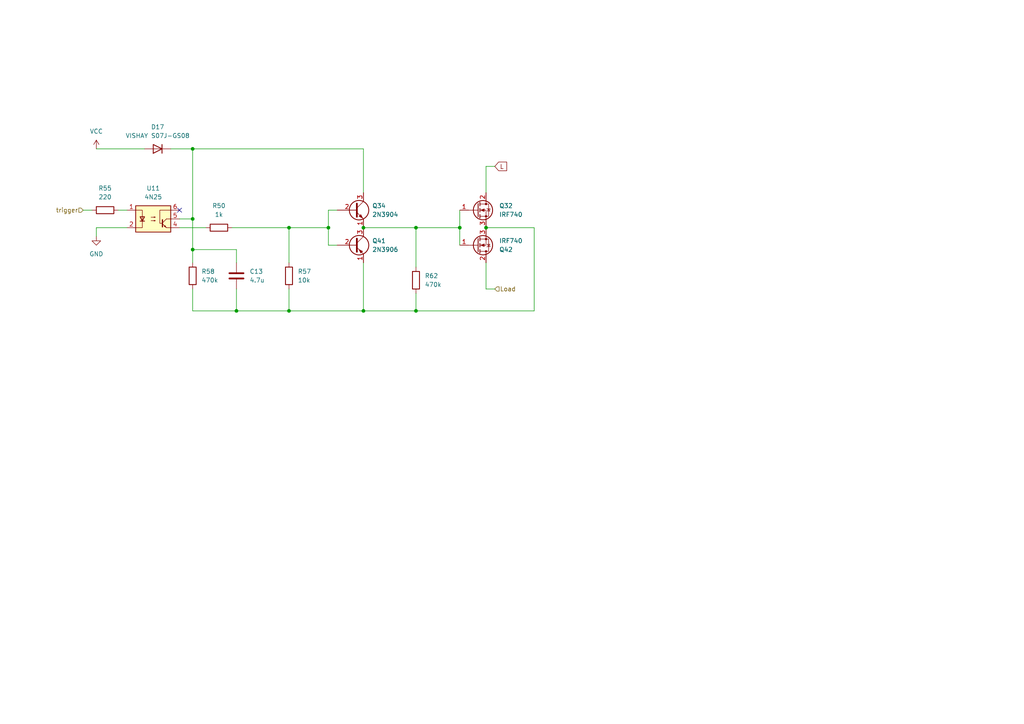
<source format=kicad_sch>
(kicad_sch (version 20230121) (generator eeschema)
  (paper "A4")
  (lib_symbols
    (symbol "Device:C" (pin_numbers hide) (pin_names (offset 0.254))
      (property "Reference" "C" (at 0.635 2.54 0))
      (property "Value" "C" (at 0.635 -2.54 0))
      (symbol "C_0_1"
        (polyline (pts (xy -2.032 -0.762) (xy 2.032 -0.762)) (stroke (width 0.508)))
        (polyline (pts (xy -2.032 0.762) (xy 2.032 0.762)) (stroke (width 0.508)))
      )
      (symbol "C_1_1"
        (pin passive line (at 0 3.81 270) (length 2.794) (name "~") (number "1"))
        (pin passive line (at 0 -3.81 90) (length 2.794) (name "~") (number "2"))
      )
    )
    (symbol "Device:D" (pin_numbers hide) (pin_names (offset 1.016) hide)
      (property "Reference" "D" (at 0 2.54 0))
      (property "Value" "D" (at 0 -2.54 0))
      (symbol "D_0_1"
        (polyline (pts (xy -1.27 1.27) (xy -1.27 -1.27)) (stroke (width 0.254)))
        (polyline (pts (xy 1.27 0) (xy -1.27 0)))
        (polyline (pts (xy 1.27 1.27) (xy 1.27 -1.27) (xy -1.27 0) (xy 1.27 1.27)) (stroke (width 0.254)))
      )
      (symbol "D_1_1"
        (pin passive line (at -3.81 0 0) (length 2.54) (name "K") (number "1"))
        (pin passive line (at 3.81 0 180) (length 2.54) (name "A") (number "2"))
      )
    )
    (symbol "Device:R" (pin_numbers hide) (pin_names (offset 0))
      (property "Reference" "R" (at 2.032 0 90))
      (property "Value" "R" (at 0 0 90))
      (symbol "R_0_1"
        (rectangle (start -1.016 -2.54) (end 1.016 2.54) (stroke (width 0.254)))
      )
      (symbol "R_1_1"
        (pin passive line (at 0 3.81 270) (length 1.27) (name "~") (number "1"))
        (pin passive line (at 0 -3.81 90) (length 1.27) (name "~") (number "2"))
      )
    )
    (symbol "Isolator:4N25" (pin_names (offset 1.016))
      (property "Reference" "U" (at -5.08 5.08 0))
      (property "Value" "4N25" (at 0 5.08 0))
      (symbol "4N25_0_1"
        (rectangle (start -5.08 3.81) (end 5.08 -3.81) (stroke (width 0.254)) (fill (type background)))
        (polyline (pts (xy -3.81 -0.635) (xy -2.54 -0.635)) (stroke (width 0.254)))
        (polyline (pts (xy 2.667 -1.397) (xy 3.81 -2.54)))
        (polyline (pts (xy 2.667 -1.143) (xy 3.81 0)))
        (polyline (pts (xy 3.81 -2.54) (xy 5.08 -2.54)))
        (polyline (pts (xy 3.81 0) (xy 5.08 0)))
        (polyline (pts (xy 2.667 -0.254) (xy 2.667 -2.286) (xy 2.667 -2.286)) (stroke (width 0.3556)))
        (polyline (pts (xy -5.08 -2.54) (xy -3.175 -2.54) (xy -3.175 2.54) (xy -5.08 2.54)))
        (polyline (pts (xy -3.175 -0.635) (xy -3.81 0.635) (xy -2.54 0.635) (xy -3.175 -0.635)) (stroke (width 0.254)))
        (polyline (pts (xy 3.683 -2.413) (xy 3.429 -1.905) (xy 3.175 -2.159) (xy 3.683 -2.413)))
        (polyline (pts (xy 5.08 2.54) (xy 1.905 2.54) (xy 1.905 -1.27) (xy 2.54 -1.27)))
        (polyline (pts (xy -0.635 -0.508) (xy 0.635 -0.508) (xy 0.254 -0.635) (xy 0.254 -0.381) (xy 0.635 -0.508)))
        (polyline (pts (xy -0.635 0.508) (xy 0.635 0.508) (xy 0.254 0.381) (xy 0.254 0.635) (xy 0.635 0.508)))
      )
      (symbol "4N25_1_1"
        (pin passive line (at -7.62 2.54 0) (length 2.54) (name "~") (number "1"))
        (pin passive line (at -7.62 -2.54 0) (length 2.54) (name "~") (number "2"))
        (pin no_connect line (at -5.08 0 0) (length 2.54) hide (name "NC") (number "3"))
        (pin passive line (at 7.62 -2.54 180) (length 2.54) (name "~") (number "4"))
        (pin passive line (at 7.62 0 180) (length 2.54) (name "~") (number "5"))
        (pin passive line (at 7.62 2.54 180) (length 2.54) (name "~") (number "6"))
      )
    )
    (symbol "Transistor_BJT:2N3904" (pin_names (offset 0) hide)
      (property "Reference" "Q" (at 5.08 1.905 0))
      (property "Value" "2N3904" (at 5.08 0 0))
      (symbol "2N3904_0_1"
        (polyline (pts (xy 0.635 0.635) (xy 2.54 2.54)))
        (polyline (pts (xy 0.635 -0.635) (xy 2.54 -2.54) (xy 2.54 -2.54)))
        (polyline (pts (xy 0.635 1.905) (xy 0.635 -1.905) (xy 0.635 -1.905)) (stroke (width 0.508)))
        (polyline (pts (xy 1.27 -1.778) (xy 1.778 -1.27) (xy 2.286 -2.286) (xy 1.27 -1.778) (xy 1.27 -1.778)) (fill (type outline)))
        (circle (center 1.27 0) (radius 2.8194) (stroke (width 0.254)))
      )
      (symbol "2N3904_1_1"
        (pin passive line (at 2.54 -5.08 90) (length 2.54) (name "E") (number "1"))
        (pin passive line (at -5.08 0 0) (length 5.715) (name "B") (number "2"))
        (pin passive line (at 2.54 5.08 270) (length 2.54) (name "C") (number "3"))
      )
    )
    (symbol "Transistor_BJT:2N3906" (pin_names (offset 0) hide)
      (property "Reference" "Q" (at 5.08 1.905 0))
      (property "Value" "2N3906" (at 5.08 0 0))
      (symbol "2N3906_0_1"
        (polyline (pts (xy 0.635 0.635) (xy 2.54 2.54)))
        (polyline (pts (xy 0.635 -0.635) (xy 2.54 -2.54) (xy 2.54 -2.54)))
        (polyline (pts (xy 0.635 1.905) (xy 0.635 -1.905) (xy 0.635 -1.905)) (stroke (width 0.508)))
        (polyline (pts (xy 2.286 -1.778) (xy 1.778 -2.286) (xy 1.27 -1.27) (xy 2.286 -1.778) (xy 2.286 -1.778)) (fill (type outline)))
        (circle (center 1.27 0) (radius 2.8194) (stroke (width 0.254)))
      )
      (symbol "2N3906_1_1"
        (pin passive line (at 2.54 -5.08 90) (length 2.54) (name "E") (number "1"))
        (pin input line (at -5.08 0 0) (length 5.715) (name "B") (number "2"))
        (pin passive line (at 2.54 5.08 270) (length 2.54) (name "C") (number "3"))
      )
    )
    (symbol "Transistor_FET:IRF740" (pin_names hide)
      (property "Reference" "Q" (at 5.08 1.905 0))
      (property "Value" "IRF740" (at 5.08 0 0))
      (symbol "IRF740_0_1"
        (polyline (pts (xy 0.254 0) (xy -2.54 0)))
        (polyline (pts (xy 0.254 1.905) (xy 0.254 -1.905)) (stroke (width 0.254)))
        (polyline (pts (xy 0.762 -1.27) (xy 0.762 -2.286)) (stroke (width 0.254)))
        (polyline (pts (xy 0.762 0.508) (xy 0.762 -0.508)) (stroke (width 0.254)))
        (polyline (pts (xy 0.762 2.286) (xy 0.762 1.27)) (stroke (width 0.254)))
        (polyline (pts (xy 2.54 2.54) (xy 2.54 1.778)))
        (polyline (pts (xy 2.54 -2.54) (xy 2.54 0) (xy 0.762 0)))
        (polyline (pts (xy 0.762 -1.778) (xy 3.302 -1.778) (xy 3.302 1.778) (xy 0.762 1.778)))
        (polyline (pts (xy 1.016 0) (xy 2.032 0.381) (xy 2.032 -0.381) (xy 1.016 0)) (fill (type outline)))
        (polyline (pts (xy 2.794 0.508) (xy 2.921 0.381) (xy 3.683 0.381) (xy 3.81 0.254)))
        (polyline (pts (xy 3.302 0.381) (xy 2.921 -0.254) (xy 3.683 -0.254) (xy 3.302 0.381)))
        (circle (center 1.651 0) (radius 2.794) (stroke (width 0.254)))
        (circle (center 2.54 -1.778) (radius 0.254) (fill (type outline)))
        (circle (center 2.54 1.778) (radius 0.254) (fill (type outline)))
      )
      (symbol "IRF740_1_1"
        (pin input line (at -5.08 0 0) (length 2.54) (name "G") (number "1"))
        (pin passive line (at 2.54 5.08 270) (length 2.54) (name "D") (number "2"))
        (pin passive line (at 2.54 -5.08 90) (length 2.54) (name "S") (number "3"))
      )
    )
    (symbol "power:GND" (power) (pin_names (offset 0))
      (property "Value" "GND" (at 0 -3.81 0))
      (symbol "GND_0_1"
        (polyline (pts (xy 0 0) (xy 0 -1.27) (xy 1.27 -1.27) (xy 0 -2.54) (xy -1.27 -1.27) (xy 0 -1.27)))
      )
      (symbol "GND_1_1"
        (pin power_in line (at 0 0 270) (length 0) hide (name "GND") (number "1"))
      )
    )
    (symbol "power:VCC" (power) (pin_names (offset 0))
      (property "Value" "VCC" (at 0 3.81 0))
      (symbol "VCC_0_1"
        (polyline (pts (xy -0.762 1.27) (xy 0 2.54)))
        (polyline (pts (xy 0 0) (xy 0 2.54)))
        (polyline (pts (xy 0 2.54) (xy 0.762 1.27)))
      )
      (symbol "VCC_1_1"
        (pin power_in line (at 0 0 90) (length 0) hide (name "VCC") (number "1"))
      )
    )
  )
  (junction (at 105.41 66.04))
  (junction (at 120.65 66.04))
  (junction (at 133.35 66.04))
  (junction (at 105.41 90.17))
  (junction (at 55.88 43.18))
  (junction (at 95.25 66.04))
  (junction (at 83.82 90.17))
  (junction (at 68.58 90.17))
  (junction (at 140.97 66.04))
  (junction (at 55.88 72.39))
  (junction (at 83.82 66.04))
  (junction (at 55.88 63.5))
  (junction (at 120.65 90.17))
  (no_connect (at 52.07 60.96))
  (wire (pts (xy 52.07 63.5) (xy 55.88 63.5)))
  (wire (pts (xy 95.25 60.96) (xy 95.25 66.04)))
  (wire (pts (xy 55.88 63.5) (xy 55.88 43.18)))
  (wire (pts (xy 133.35 66.04) (xy 120.65 66.04)))
  (wire (pts (xy 154.94 66.04) (xy 140.97 66.04)))
  (wire (pts (xy 68.58 72.39) (xy 68.58 76.2)))
  (wire (pts (xy 67.31 66.04) (xy 83.82 66.04)))
  (wire (pts (xy 27.94 66.04) (xy 27.94 68.58)))
  (wire (pts (xy 68.58 90.17) (xy 68.58 83.82)))
  (wire (pts (xy 83.82 66.04) (xy 83.82 76.2)))
  (wire (pts (xy 133.35 60.96) (xy 133.35 66.04)))
  (wire (pts (xy 140.97 83.82) (xy 143.51 83.82)))
  (wire (pts (xy 83.82 90.17) (xy 68.58 90.17)))
  (wire (pts (xy 27.94 43.18) (xy 41.91 43.18)))
  (wire (pts (xy 95.25 71.12) (xy 97.79 71.12)))
  (wire (pts (xy 140.97 48.26) (xy 140.97 55.88)))
  (wire (pts (xy 120.65 85.09) (xy 120.65 90.17)))
  (wire (pts (xy 83.82 66.04) (xy 95.25 66.04)))
  (wire (pts (xy 55.88 43.18) (xy 49.53 43.18)))
  (wire (pts (xy 83.82 83.82) (xy 83.82 90.17)))
  (wire (pts (xy 105.41 90.17) (xy 83.82 90.17)))
  (wire (pts (xy 52.07 66.04) (xy 59.69 66.04)))
  (wire (pts (xy 140.97 76.2) (xy 140.97 83.82)))
  (wire (pts (xy 105.41 76.2) (xy 105.41 90.17)))
  (wire (pts (xy 34.29 60.96) (xy 36.83 60.96)))
  (wire (pts (xy 55.88 72.39) (xy 55.88 63.5)))
  (wire (pts (xy 36.83 66.04) (xy 27.94 66.04)))
  (wire (pts (xy 24.13 60.96) (xy 26.67 60.96)))
  (wire (pts (xy 143.51 48.26) (xy 140.97 48.26)))
  (wire (pts (xy 105.41 43.18) (xy 105.41 55.88)))
  (wire (pts (xy 55.88 90.17) (xy 68.58 90.17)))
  (wire (pts (xy 97.79 60.96) (xy 95.25 60.96)))
  (wire (pts (xy 120.65 90.17) (xy 154.94 90.17)))
  (wire (pts (xy 55.88 76.2) (xy 55.88 72.39)))
  (wire (pts (xy 55.88 43.18) (xy 105.41 43.18)))
  (wire (pts (xy 133.35 66.04) (xy 133.35 71.12)))
  (wire (pts (xy 95.25 66.04) (xy 95.25 71.12)))
  (wire (pts (xy 55.88 83.82) (xy 55.88 90.17)))
  (wire (pts (xy 120.65 90.17) (xy 105.41 90.17)))
  (wire (pts (xy 105.41 66.04) (xy 120.65 66.04)))
  (wire (pts (xy 154.94 90.17) (xy 154.94 66.04)))
  (wire (pts (xy 55.88 72.39) (xy 68.58 72.39)))
  (wire (pts (xy 120.65 66.04) (xy 120.65 77.47)))
  (global_label "L" (shape input) (at 143.51 48.26 0) (property "Intersheetrefs" "${INTERSHEET_REFS}" (effects hide)))
  (hierarchical_label "Load" (shape input) (at 143.51 83.82 0))
  (hierarchical_label "trigger" (shape input) (at 24.13 60.96 180))
  (symbol (lib_id "power:GND") (at 27.94 68.58 0) (unit 1)
    (property "Reference" "#PWR036" (effects hide))
    (property "Value" "GND" (at 27.94 73.66 0))
    (instances (project "OverlordDimmer" (path "" (reference "#PWR036") (unit 1)) (path "" (reference "#PWR038") (unit 1)) (path "" (reference "#PWR040") (unit 1)) (path "" (reference "#PWR042") (unit 1)) (path "" (reference "#PWR044") (unit 1)) (path "" (reference "#PWR046") (unit 1)) (path "" (reference "#PWR048") (unit 1)) (path "" (reference "#PWR050") (unit 1)) (path "" (reference "#PWR052") (unit 1)) (path "" (reference "#PWR054") (unit 1))))
  )
  (symbol (lib_id "Isolator:4N25") (at 44.45 63.5 0) (unit 1)
    (property "Reference" "U11" (at 44.45 54.61 0))
    (property "Value" "4N25" (at 44.45 57.15 0))
    (property "Footprint" "Package_DIP:DIP-6_W7.62mm" (effects hide))
    (property "Datasheet" "https://si.farnell.com/vishay/4n25/optocoupler-5kv-transistor-o-p/dp/1612453" (effects hide))
    (instances (project "OverlordDimmer" (path "" (reference "U11") (unit 1)) (path "" (reference "U1") (unit 1)) (path "" (reference "U3") (unit 1)) (path "" (reference "U2") (unit 1)) (path "" (reference "U6") (unit 1)) (path "" (reference "U9") (unit 1)) (path "" (reference "U8") (unit 1)) (path "" (reference "U5") (unit 1)) (path "" (reference "U7") (unit 1)) (path "" (reference "U10") (unit 1))))
  )
  (symbol (lib_id "Device:R") (at 55.88 80.01 180) (unit 1)
    (property "Reference" "R58" (at 58.42 78.74 0) (effects (justify right)))
    (property "Value" "470k" (at 58.42 81.28 0) (effects (justify right)))
    (property "Footprint" "Resistor_SMD:R_0402_1005Metric_Pad0.72x0.64mm_HandSolder" (effects hide))
    (property "Datasheet" "https://si.farnell.com/multicomp/mcmr04x474-jtl/res-470k-5-0-0625w-0402-ceramic/dp/2073071" (effects hide))
    (instances (project "OverlordDimmer" (path "" (reference "R58") (unit 1)) (path "" (reference "R3") (unit 1)) (path "" (reference "R24") (unit 1)) (path "" (reference "R37") (unit 1)) (path "" (reference "R34") (unit 1)) (path "" (reference "R20") (unit 1)) (path "" (reference "R7") (unit 1)) (path "" (reference "R10") (unit 1)) (path "" (reference "R51") (unit 1)) (path "" (reference "R48") (unit 1))))
  )
  (symbol (lib_id "Device:R") (at 30.48 60.96 90) (unit 1)
    (property "Reference" "R55" (at 30.48 54.61 90))
    (property "Value" "220" (at 30.48 57.15 90))
    (property "Footprint" "Resistor_SMD:R_1206_3216Metric_Pad1.30x1.75mm_HandSolder" (effects hide))
    (property "Datasheet" "https://si.farnell.com/multicomp/mchvr06jtev2200/res-220r-5-0-25w-1206-thick-film/dp/2826318" (effects hide))
    (instances (project "OverlordDimmer" (path "" (reference "R55") (unit 1)) (path "" (reference "R5") (unit 1)) (path "" (reference "R28") (unit 1)) (path "" (reference "R39") (unit 1)) (path "" (reference "R41") (unit 1)) (path "" (reference "R31") (unit 1)) (path "" (reference "R18") (unit 1)) (path "" (reference "R17") (unit 1)) (path "" (reference "R43") (unit 1)) (path "" (reference "R52") (unit 1))))
  )
  (symbol (lib_id "Transistor_FET:IRF740") (at 138.43 60.96 0) (unit 1)
    (property "Reference" "Q32" (at 144.78 59.69 0) (effects (justify left)))
    (property "Value" "IRF740" (at 144.78 62.23 0) (effects (justify left)))
    (property "Footprint" "Package_TO_SOT_THT:TO-220-3_Vertical" (effects hide))
    (property "Datasheet" "https://si.farnell.com/vishay/irf740bpbf/mosfet-n-ch-400v-10a-to-220ab/dp/2646348" (effects hide))
    (instances (project "OverlordDimmer" (path "" (reference "Q32") (unit 1)) (path "" (reference "Q1") (unit 1)) (path "" (reference "Q19") (unit 1)) (path "" (reference "Q28") (unit 1)) (path "" (reference "Q25") (unit 1)) (path "" (reference "Q16") (unit 1)) (path "" (reference "Q11") (unit 1)) (path "" (reference "Q5") (unit 1)) (path "" (reference "Q35") (unit 1)) (path "" (reference "Q39") (unit 1))))
  )
  (symbol (lib_id "Device:R") (at 63.5 66.04 90) (unit 1)
    (property "Reference" "R50" (at 63.5 59.69 90))
    (property "Value" "1k" (at 63.5 62.23 90))
    (property "Footprint" "Resistor_SMD:R_0805_2012Metric_Pad1.20x1.40mm_HandSolder" (effects hide))
    (property "Datasheet" "https://si.farnell.com/vishay/crcw08051k00jnea/res-1k-5-0-125w-0805-thick-film/dp/1652937" (effects hide))
    (instances (project "OverlordDimmer" (path "" (reference "R50") (unit 1)) (path "" (reference "R2") (unit 1)) (path "" (reference "R22") (unit 1)) (path "" (reference "R36") (unit 1)) (path "" (reference "R33") (unit 1)) (path "" (reference "R21") (unit 1)) (path "" (reference "R8") (unit 1)) (path "" (reference "R11") (unit 1)) (path "" (reference "R38") (unit 1)) (path "" (reference "R49") (unit 1))))
  )
  (symbol (lib_id "Transistor_BJT:2N3904") (at 102.87 60.96 0) (unit 1)
    (property "Reference" "Q34" (at 107.95 59.69 0) (effects (justify left)))
    (property "Value" "2N3904" (at 107.95 62.23 0) (effects (justify left)))
    (property "Footprint" "Package_TO_SOT_THT:TO-92_Inline" (effects hide))
    (property "Datasheet" "https://si.farnell.com/multicomp/2n3904/transistor-npn-to-92/dp/1574370" (effects hide))
    (instances (project "OverlordDimmer" (path "" (reference "Q34") (unit 1)) (path "" (reference "Q2") (unit 1)) (path "" (reference "Q15") (unit 1)) (path "" (reference "Q30") (unit 1)) (path "" (reference "Q26") (unit 1)) (path "" (reference "Q18") (unit 1)) (path "" (reference "Q8") (unit 1)) (path "" (reference "Q7") (unit 1)) (path "" (reference "Q23") (unit 1)) (path "" (reference "Q37") (unit 1))))
  )
  (symbol (lib_id "Device:R") (at 83.82 80.01 180) (unit 1)
    (property "Reference" "R57" (at 86.36 78.74 0) (effects (justify right)))
    (property "Value" "10k" (at 86.36 81.28 0) (effects (justify right)))
    (property "Footprint" "Resistor_SMD:R_0805_2012Metric_Pad1.20x1.40mm_HandSolder" (effects hide))
    (property "Datasheet" "https://si.farnell.com/vishay/crcw080510k0jneaif/res-10k-5-0-125w-0805-thick-film/dp/1739242" (effects hide))
    (instances (project "OverlordDimmer" (path "" (reference "R57") (unit 1)) (path "" (reference "R1") (unit 1)) (path "" (reference "R23") (unit 1)) (path "" (reference "R35") (unit 1)) (path "" (reference "R32") (unit 1)) (path "" (reference "R19") (unit 1)) (path "" (reference "R9") (unit 1)) (path "" (reference "R6") (unit 1)) (path "" (reference "R46") (unit 1)) (path "" (reference "R47") (unit 1))))
  )
  (symbol (lib_id "Device:C") (at 68.58 80.01 0) (unit 1)
    (property "Reference" "C13" (at 72.39 78.74 0) (effects (justify left)))
    (property "Value" "4.7u" (at 72.39 81.28 0) (effects (justify left)))
    (property "Footprint" "Capacitor_SMD:C_0402_1005Metric_Pad0.74x0.62mm_HandSolder" (effects hide))
    (property "Datasheet" "https://si.farnell.com/yageo/cc0402mrx5r7bb475/cap-4-7f-16v-mlcc-0402/dp/3873408" (effects hide))
    (instances (project "OverlordDimmer" (path "" (reference "C13") (unit 1)) (path "" (reference "C1") (unit 1)) (path "" (reference "C5") (unit 1)) (path "" (reference "C7") (unit 1)) (path "" (reference "C8") (unit 1)) (path "" (reference "C6") (unit 1)) (path "" (reference "C3") (unit 1)) (path "" (reference "C2") (unit 1)) (path "" (reference "C11") (unit 1)) (path "" (reference "C10") (unit 1))))
  )
  (symbol (lib_id "Device:D") (at 45.72 43.18 180) (unit 1)
    (property "Reference" "D17" (at 45.72 36.83 0))
    (property "Value" "VISHAY S07J-GS08" (at 45.72 39.37 0))
    (property "Footprint" "Diode_SMD:D_SMF" (effects hide))
    (property "Datasheet" "https://si.farnell.com/vishay/s07j-gs08/diode-switching-do219/dp/1617736" (effects hide))
    (property "Sim.Device" "D" (effects hide))
    (property "Sim.Pins" "1=K 2=A" (effects hide))
    (instances (project "OverlordDimmer" (path "" (reference "D17") (unit 1)) (path "" (reference "D1") (unit 1)) (path "" (reference "D4") (unit 1)) (path "" (reference "D7") (unit 1)) (path "" (reference "D6") (unit 1)) (path "" (reference "D5") (unit 1)) (path "" (reference "D2") (unit 1)) (path "" (reference "D3") (unit 1)) (path "" (reference "D9") (unit 1)) (path "" (reference "D8") (unit 1))))
  )
  (symbol (lib_id "Transistor_BJT:2N3906") (at 102.87 71.12 0) (unit 1)
    (property "Reference" "Q41" (at 107.95 69.85 0) (effects (justify left)))
    (property "Value" "2N3906" (at 107.95 72.39 0) (effects (justify left)))
    (property "Footprint" "Package_TO_SOT_THT:TO-92_Inline" (effects hide))
    (property "Datasheet" "https://si.farnell.com/multicomp/2n3906/transistor-45v-200ma-pnp-to-92/dp/1574372" (effects hide))
    (instances (project "OverlordDimmer" (path "" (reference "Q41") (unit 1)) (path "" (reference "Q3") (unit 1)) (path "" (reference "Q13") (unit 1)) (path "" (reference "Q29") (unit 1)) (path "" (reference "Q31") (unit 1)) (path "" (reference "Q17") (unit 1)) (path "" (reference "Q9") (unit 1)) (path "" (reference "Q6") (unit 1)) (path "" (reference "Q33") (unit 1)) (path "" (reference "Q38") (unit 1))))
  )
  (symbol (lib_id "power:VCC") (at 27.94 43.18 0) (unit 1)
    (property "Reference" "#PWR035" (effects hide))
    (property "Value" "VCC" (at 27.94 38.1 0))
    (instances (project "OverlordDimmer" (path "" (reference "#PWR035") (unit 1)) (path "" (reference "#PWR037") (unit 1)) (path "" (reference "#PWR039") (unit 1)) (path "" (reference "#PWR041") (unit 1)) (path "" (reference "#PWR043") (unit 1)) (path "" (reference "#PWR045") (unit 1)) (path "" (reference "#PWR047") (unit 1)) (path "" (reference "#PWR049") (unit 1)) (path "" (reference "#PWR051") (unit 1)) (path "" (reference "#PWR053") (unit 1))))
  )
  (symbol (lib_id "Device:R") (at 120.65 81.28 180) (unit 1)
    (property "Reference" "R62" (at 123.19 80.01 0) (effects (justify right)))
    (property "Value" "470k" (at 123.19 82.55 0) (effects (justify right)))
    (property "Footprint" "Resistor_SMD:R_0402_1005Metric_Pad0.72x0.64mm_HandSolder" (effects hide))
    (property "Datasheet" "https://si.farnell.com/multicomp/mcmr04x474-jtl/res-470k-5-0-0625w-0402-ceramic/dp/2073071" (effects hide))
    (instances (project "OverlordDimmer" (path "" (reference "R62") (unit 1)) (path "" (reference "R4") (unit 1)) (path "" (reference "R29") (unit 1)) (path "" (reference "R40") (unit 1)) (path "" (reference "R42") (unit 1)) (path "" (reference "R26") (unit 1)) (path "" (reference "R14") (unit 1)) (path "" (reference "R16") (unit 1)) (path "" (reference "R53") (unit 1)) (path "" (reference "R54") (unit 1))))
  )
  (symbol (lib_id "Transistor_FET:IRF740") (at 138.43 71.12 0) (mirror x) (unit 1)
    (property "Reference" "Q42" (at 144.78 72.39 0) (effects (justify left)))
    (property "Value" "IRF740" (at 144.78 69.85 0) (effects (justify left)))
    (property "Footprint" "Package_TO_SOT_THT:TO-220-3_Vertical" (effects hide))
    (property "Datasheet" "https://si.farnell.com/vishay/irf740bpbf/mosfet-n-ch-400v-10a-to-220ab/dp/2646348" (effects hide))
    (instances (project "OverlordDimmer" (path "" (reference "Q42") (unit 1)) (path "" (reference "Q4") (unit 1)) (path "" (reference "Q20") (unit 1)) (path "" (reference "Q27") (unit 1)) (path "" (reference "Q24") (unit 1)) (path "" (reference "Q14") (unit 1)) (path "" (reference "Q10") (unit 1)) (path "" (reference "Q12") (unit 1)) (path "" (reference "Q36") (unit 1)) (path "" (reference "Q40") (unit 1))))
  )
)
</source>
